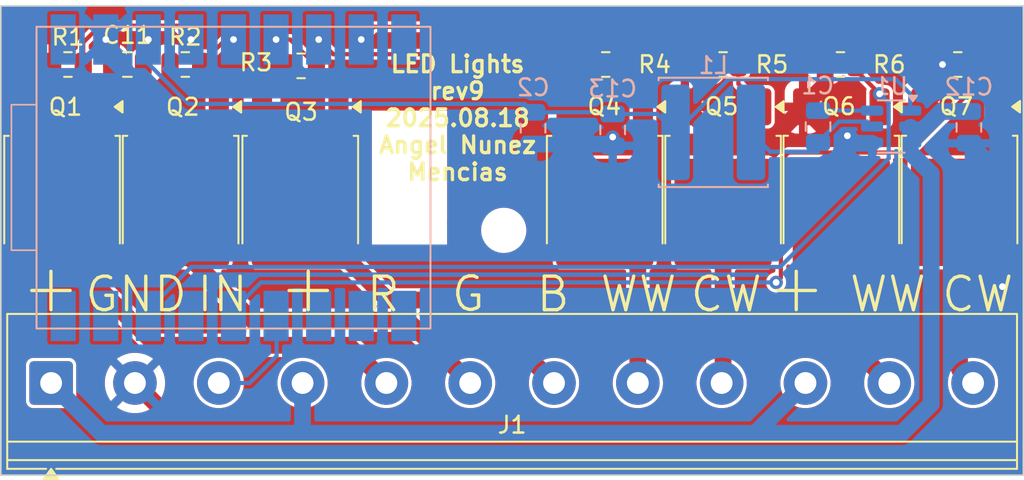
<source format=kicad_pcb>
(kicad_pcb (version 20241229) (generator "pcbnew") (generator_version "9.0")
  (layers (0 "F.Cu" signal) (2 "B.Cu" signal) (13 "F.Paste" user) (15 "B.Paste" user) (5 "F.SilkS" user "F.Silkscreen") (7 "B.SilkS" user "B.Silkscreen") (1 "F.Mask" user) (3 "B.Mask" user) (25 "Edge.Cuts" user))
  (net 0 "")
  (net 1 "GND")
  (net 2 "Net-(U1-SW)")
  (net 3 "+3V3")
  (net 4 "Net-(U1-BST)")
  (net 5 "P1")
  (net 6 "VCC")
  (net 7 "O1")
  (net 8 "P5")
  (net 9 "P2")
  (net 10 "P6")
  (net 11 "P3")
  (net 12 "P7")
  (net 13 "P4")
  (net 14 "O3")
  (net 15 "O7")
  (net 16 "O5")
  (net 17 "O6")
  (net 18 "O4")
  (net 19 "O2")
  (net 20 "IN")
  (footprint "Package_TO_SOT_SMD:TO-252-2" (layer "F.Cu") (at 44.725 43.065 -90)
    (property "Reference" "Q2" (at -5.031843 -0.129432 180) (layer "F.SilkS"))
    (property "Value" "SUD40N06-25L" (hide yes))
    (fp_line (start -3.31 3.45) (end -3.31 3.18) (stroke (width 0.12)) (layer "F.SilkS"))
    (fp_line (start 3.11 3.45) (end -3.31 3.45) (stroke (width 0.12)) (layer "F.SilkS"))
    (fp_line (start -3.31 -3.45) (end -3.31 -3.18) (stroke (width 0.12)) (layer "F.SilkS"))
    (fp_line (start 3.11 -3.45) (end -3.31 -3.45) (stroke (width 0.12)) (layer "F.SilkS"))
    (fp_poly (pts (xy -5.04 -3.14) (xy -5.38 -3.61) (xy -4.7 -3.61)) (stroke (width 0.12)) (fill yes) (layer "F.SilkS"))
    (pad "1" smd roundrect (at -5.04 -2.28 270) (size 2.2 1.2) (layers "F.Cu" "F.Mask" "F.Paste") (roundrect_rratio 0.208333) (net 9 "P2"))
    (pad "2" smd roundrect (at 1.26 0 270) (size 6.4 5.8) (layers "F.Cu" "F.Mask") (roundrect_rratio 0.043103) (net 19 "O2"))
    (pad "3" smd roundrect (at -5.04 2.28 270) (size 2.2 1.2) (layers "F.Cu" "F.Mask" "F.Paste") (roundrect_rratio 0.208333) (net 1 "GND"))
  )
  (footprint "Resistor_SMD:R_0805_2012Metric" (layer "F.Cu") (at 45.004043 35.5)
    (property "Reference" "R2" (at 0 -1.65 0) (layer "F.SilkS"))
    (property "Value" "R" (hide yes))
    (fp_line (start -0.227064 -0.735) (end 0.227064 -0.735) (stroke (width 0.12)) (layer "F.SilkS"))
    (fp_line (start -0.227064 0.735) (end 0.227064 0.735) (stroke (width 0.12)) (layer "F.SilkS"))
    (pad "1" smd roundrect (at -0.9125 0) (size 1.025 1.4) (layers "F.Cu" "F.Mask" "F.Paste") (roundrect_rratio 0.243902) (net 1 "GND"))
    (pad "2" smd roundrect (at 0.9125 0) (size 1.025 1.4) (layers "F.Cu" "F.Mask" "F.Paste") (roundrect_rratio 0.243902) (net 9 "P2"))
  )
  (footprint "Package_TO_SOT_SMD:TO-252-2" (layer "F.Cu") (at 51.862211 43.065 -90)
    (property "Reference" "Q3" (at -4.733718 -0.050289 180) (layer "F.SilkS"))
    (property "Value" "SUD40N06-25L" (hide yes))
    (fp_line (start -3.31 3.45) (end -3.31 3.18) (stroke (width 0.12)) (layer "F.SilkS"))
    (fp_line (start 3.11 3.45) (end -3.31 3.45) (stroke (width 0.12)) (layer "F.SilkS"))
    (fp_line (start -3.31 -3.45) (end -3.31 -3.18) (stroke (width 0.12)) (layer "F.SilkS"))
    (fp_line (start 3.11 -3.45) (end -3.31 -3.45) (stroke (width 0.12)) (layer "F.SilkS"))
    (fp_poly (pts (xy -5.04 -3.14) (xy -5.38 -3.61) (xy -4.7 -3.61)) (stroke (width 0.12)) (fill yes) (layer "F.SilkS"))
    (pad "1" smd roundrect (at -5.04 -2.28 270) (size 2.2 1.2) (layers "F.Cu" "F.Mask" "F.Paste") (roundrect_rratio 0.208333) (net 11 "P3"))
    (pad "2" smd roundrect (at 1.26 0 270) (size 6.4 5.8) (layers "F.Cu" "F.Mask") (roundrect_rratio 0.043103) (net 14 "O3"))
    (pad "3" smd roundrect (at -5.04 2.28 270) (size 2.2 1.2) (layers "F.Cu" "F.Mask" "F.Paste") (roundrect_rratio 0.208333) (net 1 "GND"))
  )
  (footprint "MountingHole:MountingHole_2.2mm_M2" (layer "F.Cu") (at 64 45.392459 90)
    (property "Reference" "H1" (hide yes))
    (property "Value" "MountingHole" (hide yes))
    (pad "" np_thru_hole circle (at 0 0 90) (size 2.2 2.2) (drill 2.2) (layers "*.Cu" "*.Mask"))
  )
  (footprint "Package_TO_SOT_SMD:TO-252-2" (layer "F.Cu") (at 77.085617 43.064999 -90)
    (property "Reference" "Q5" (at -5.064999 0.085617 180) (layer "F.SilkS"))
    (property "Value" "SUD40N06-25L" (hide yes))
    (fp_line (start -3.31 3.45) (end -3.31 3.18) (stroke (width 0.12)) (layer "F.SilkS"))
    (fp_line (start 3.11 3.45) (end -3.31 3.45) (stroke (width 0.12)) (layer "F.SilkS"))
    (fp_line (start -3.31 -3.45) (end -3.31 -3.18) (stroke (width 0.12)) (layer "F.SilkS"))
    (fp_line (start 3.11 -3.45) (end -3.31 -3.45) (stroke (width 0.12)) (layer "F.SilkS"))
    (fp_poly (pts (xy -5.04 -3.14) (xy -5.38 -3.61) (xy -4.7 -3.61)) (stroke (width 0.12)) (fill yes) (layer "F.SilkS"))
    (pad "1" smd roundrect (at -5.04 -2.28 270) (size 2.2 1.2) (layers "F.Cu" "F.Mask" "F.Paste") (roundrect_rratio 0.208333) (net 8 "P5"))
    (pad "2" smd roundrect (at 1.26 0 270) (size 6.4 5.8) (layers "F.Cu" "F.Mask") (roundrect_rratio 0.043103) (net 16 "O5"))
    (pad "3" smd roundrect (at -5.04 2.28 270) (size 2.2 1.2) (layers "F.Cu" "F.Mask" "F.Paste") (roundrect_rratio 0.208333) (net 1 "GND"))
  )
  (footprint "Package_TO_SOT_SMD:TO-252-2" (layer "F.Cu") (at 91.190715 43.059565 -90)
    (property "Reference" "Q7" (at -5.059565 0.190715 180) (layer "F.SilkS"))
    (property "Value" "SUD40N06-25L" (hide yes))
    (fp_line (start -3.31 3.45) (end -3.31 3.18) (stroke (width 0.12)) (layer "F.SilkS"))
    (fp_line (start 3.11 3.45) (end -3.31 3.45) (stroke (width 0.12)) (layer "F.SilkS"))
    (fp_line (start -3.31 -3.45) (end -3.31 -3.18) (stroke (width 0.12)) (layer "F.SilkS"))
    (fp_line (start 3.11 -3.45) (end -3.31 -3.45) (stroke (width 0.12)) (layer "F.SilkS"))
    (fp_poly (pts (xy -5.04 -3.14) (xy -5.38 -3.61) (xy -4.7 -3.61)) (stroke (width 0.12)) (fill yes) (layer "F.SilkS"))
    (pad "1" smd roundrect (at -5.04 -2.28 270) (size 2.2 1.2) (layers "F.Cu" "F.Mask" "F.Paste") (roundrect_rratio 0.208333) (net 12 "P7"))
    (pad "2" smd roundrect (at 1.26 0 270) (size 6.4 5.8) (layers "F.Cu" "F.Mask") (roundrect_rratio 0.043103) (net 15 "O7"))
    (pad "3" smd roundrect (at -5.04 2.28 270) (size 2.2 1.2) (layers "F.Cu" "F.Mask" "F.Paste") (roundrect_rratio 0.208333) (net 1 "GND"))
  )
  (footprint "Resistor_SMD:R_0805_2012Metric" (layer "F.Cu") (at 51.9125 35.581282)
    (property "Reference" "R3" (at -2.693011 -0.196422 0) (layer "F.SilkS"))
    (property "Value" "R" (hide yes))
    (fp_line (start -0.227064 -0.735) (end 0.227064 -0.735) (stroke (width 0.12)) (layer "F.SilkS"))
    (fp_line (start -0.227064 0.735) (end 0.227064 0.735) (stroke (width 0.12)) (layer "F.SilkS"))
    (pad "1" smd roundrect (at -0.9125 0) (size 1.025 1.4) (layers "F.Cu" "F.Mask" "F.Paste") (roundrect_rratio 0.243902) (net 1 "GND"))
    (pad "2" smd roundrect (at 0.9125 0) (size 1.025 1.4) (layers "F.Cu" "F.Mask" "F.Paste") (roundrect_rratio 0.243902) (net 11 "P3"))
  )
  (footprint "Resistor_SMD:R_0805_2012Metric" (layer "F.Cu") (at 77.0875 35.5)
    (property "Reference" "R5" (at 2.9125 0 0) (layer "F.SilkS"))
    (property "Value" "R" (hide yes))
    (fp_line (start -0.227064 -0.735) (end 0.227064 -0.735) (stroke (width 0.12)) (layer "F.SilkS"))
    (fp_line (start -0.227064 0.735) (end 0.227064 0.735) (stroke (width 0.12)) (layer "F.SilkS"))
    (pad "1" smd roundrect (at -0.9125 0) (size 1.025 1.4) (layers "F.Cu" "F.Mask" "F.Paste") (roundrect_rratio 0.243902) (net 1 "GND"))
    (pad "2" smd roundrect (at 0.9125 0) (size 1.025 1.4) (layers "F.Cu" "F.Mask" "F.Paste") (roundrect_rratio 0.243902) (net 8 "P5"))
  )
  (footprint "Resistor_SMD:R_0805_2012Metric" (layer "F.Cu") (at 91.0875 35.5)
    (property "Reference" "R7" (hide yes))
    (property "Value" "R" (hide yes))
    (fp_line (start -0.227064 -0.735) (end 0.227064 -0.735) (stroke (width 0.12)) (layer "F.SilkS"))
    (fp_line (start -0.227064 0.735) (end 0.227064 0.735) (stroke (width 0.12)) (layer "F.SilkS"))
    (pad "1" smd roundrect (at -0.9125 0) (size 1.025 1.4) (layers "F.Cu" "F.Mask" "F.Paste") (roundrect_rratio 0.243902) (net 1 "GND"))
    (pad "2" smd roundrect (at 0.9125 0) (size 1.025 1.4) (layers "F.Cu" "F.Mask" "F.Paste") (roundrect_rratio 0.243902) (net 12 "P7"))
  )
  (footprint "Resistor_SMD:R_0805_2012Metric" (layer "F.Cu") (at 70.0875 35.5)
    (property "Reference" "R4" (at 2.9125 0 0) (layer "F.SilkS"))
    (property "Value" "R" (hide yes))
    (fp_line (start -0.227064 -0.735) (end 0.227064 -0.735) (stroke (width 0.12)) (layer "F.SilkS"))
    (fp_line (start -0.227064 0.735) (end 0.227064 0.735) (stroke (width 0.12)) (layer "F.SilkS"))
    (pad "1" smd roundrect (at -0.9125 0) (size 1.025 1.4) (layers "F.Cu" "F.Mask" "F.Paste") (roundrect_rratio 0.243902) (net 1 "GND"))
    (pad "2" smd roundrect (at 0.9125 0) (size 1.025 1.4) (layers "F.Cu" "F.Mask" "F.Paste") (roundrect_rratio 0.243902) (net 13 "P4"))
  )
  (footprint "TerminalBlock_Phoenix:TerminalBlock_Phoenix_PT-1,5-12-5.0-H_1x12_P5.00mm_Horizontal" (layer "F.Cu") (at 37 54.5)
    (property "Reference" "J1" (at 27.5 2.5 0) (layer "F.SilkS"))
    (property "Value" "Screw_Terminal_01x12" (hide yes))
    (fp_line (start -2.62 -4.12) (end -2.62 5.12) (stroke (width 0.12)) (layer "F.SilkS"))
    (fp_line (start -2.62 -4.12) (end 57.62 -4.12) (stroke (width 0.12)) (layer "F.SilkS"))
    (fp_line (start -2.62 3.5) (end 57.62 3.5) (stroke (width 0.12)) (layer "F.SilkS"))
    (fp_line (start -2.62 4.6) (end 57.62 4.6) (stroke (width 0.12)) (layer "F.SilkS"))
    (fp_line (start -2.62 5.12) (end -0.3 5.12) (stroke (width 0.12)) (layer "F.SilkS"))
    (fp_line (start 0.3 5.12) (end 57.62 5.12) (stroke (width 0.12)) (layer "F.SilkS"))
    (fp_line (start 57.62 -4.12) (end 57.62 5.12) (stroke (width 0.12)) (layer "F.SilkS"))
    (fp_poly (pts (xy 0 5.12) (xy 0.44 5.73) (xy -0.44 5.73)) (stroke (width 0.12)) (fill yes) (layer "F.SilkS"))
    (pad "1" thru_hole roundrect (at 0 0) (size 2.6 2.6) (drill 1.3) (layers "*.Cu" "*.Mask") (roundrect_rratio 0.096154) (net 6 "VCC"))
    (pad "2" thru_hole circle (at 5 0) (size 2.6 2.6) (drill 1.3) (layers "*.Cu" "*.Mask") (net 1 "GND"))
    (pad "3" thru_hole circle (at 10 0) (size 2.6 2.6) (drill 1.3) (layers "*.Cu" "*.Mask") (net 20 "IN"))
    (pad "4" thru_hole circle (at 15 0) (size 2.6 2.6) (drill 1.3) (layers "*.Cu" "*.Mask") (net 6 "VCC"))
    (pad "5" thru_hole circle (at 20 0) (size 2.6 2.6) (drill 1.3) (layers "*.Cu" "*.Mask") (net 7 "O1"))
    (pad "6" thru_hole circle (at 25 0) (size 2.6 2.6) (drill 1.3) (layers "*.Cu" "*.Mask") (net 19 "O2"))
    (pad "7" thru_hole circle (at 30 0) (size 2.6 2.6) (drill 1.3) (layers "*.Cu" "*.Mask") (net 14 "O3"))
    (pad "8" thru_hole circle (at 35 0) (size 2.6 2.6) (drill 1.3) (layers "*.Cu" "*.Mask") (net 18 "O4"))
    (pad "9" thru_hole circle (at 40 0) (size 2.6 2.6) (drill 1.3) (layers "*.Cu" "*.Mask") (net 16 "O5"))
    (pad "10" thru_hole circle (at 45 0) (size 2.6 2.6) (drill 1.3) (layers "*.Cu" "*.Mask") (net 6 "VCC"))
    (pad "11" thru_hole circle (at 50 0) (size 2.6 2.6) (drill 1.3) (layers "*.Cu" "*.Mask") (net 17 "O6"))
    (pad "12" thru_hole circle (at 55 0) (size 2.6 2.6) (drill 1.3) (layers "*.Cu" "*.Mask") (net 15 "O7"))
  )
  (footprint "Package_TO_SOT_SMD:TO-252-2" (layer "F.Cu") (at 84.140715 43.059565 -90)
    (property "Reference" "Q6" (at -5.059565 0.140715 180) (layer "F.SilkS"))
    (property "Value" "SUD40N06-25L" (hide yes))
    (fp_line (start -3.31 3.45) (end -3.31 3.18) (stroke (width 0.12)) (layer "F.SilkS"))
    (fp_line (start 3.11 3.45) (end -3.31 3.45) (stroke (width 0.12)) (layer "F.SilkS"))
    (fp_line (start -3.31 -3.45) (end -3.31 -3.18) (stroke (width 0.12)) (layer "F.SilkS"))
    (fp_line (start 3.11 -3.45) (end -3.31 -3.45) (stroke (width 0.12)) (layer "F.SilkS"))
    (fp_poly (pts (xy -5.04 -3.14) (xy -5.38 -3.61) (xy -4.7 -3.61)) (stroke (width 0.12)) (fill yes) (layer "F.SilkS"))
    (pad "1" smd roundrect (at -5.04 -2.28 270) (size 2.2 1.2) (layers "F.Cu" "F.Mask" "F.Paste") (roundrect_rratio 0.208333) (net 10 "P6"))
    (pad "2" smd roundrect (at 1.26 0 270) (size 6.4 5.8) (layers "F.Cu" "F.Mask") (roundrect_rratio 0.043103) (net 17 "O6"))
    (pad "3" smd roundrect (at -5.04 2.28 270) (size 2.2 1.2) (layers "F.Cu" "F.Mask" "F.Paste") (roundrect_rratio 0.208333) (net 1 "GND"))
  )
  (footprint "Package_TO_SOT_SMD:TO-252-2" (layer "F.Cu") (at 37.651869 43.065 -90)
    (property "Reference" "Q1" (at -5.031843 -0.202563 180) (layer "F.SilkS"))
    (property "Value" "SUD40N06-25L" (hide yes))
    (fp_line (start -3.31 3.45) (end -3.31 3.18) (stroke (width 0.12)) (layer "F.SilkS"))
    (fp_line (start 3.11 3.45) (end -3.31 3.45) (stroke (width 0.12)) (layer "F.SilkS"))
    (fp_line (start -3.31 -3.45) (end -3.31 -3.18) (stroke (width 0.12)) (layer "F.SilkS"))
    (fp_line (start 3.11 -3.45) (end -3.31 -3.45) (stroke (width 0.12)) (layer "F.SilkS"))
    (fp_poly (pts (xy -5.04 -3.14) (xy -5.38 -3.61) (xy -4.7 -3.61)) (stroke (width 0.12)) (fill yes) (layer "F.SilkS"))
    (pad "1" smd roundrect (at -5.04 -2.28 270) (size 2.2 1.2) (layers "F.Cu" "F.Mask" "F.Paste") (roundrect_rratio 0.208333) (net 5 "P1"))
    (pad "2" smd roundrect (at 1.26 0 270) (size 6.4 5.8) (layers "F.Cu" "F.Mask") (roundrect_rratio 0.043103) (net 7 "O1"))
    (pad "3" smd roundrect (at -5.04 2.28 270) (size 2.2 1.2) (layers "F.Cu" "F.Mask" "F.Paste") (roundrect_rratio 0.208333) (net 1 "GND"))
  )
  (footprint "Package_TO_SOT_SMD:TO-252-2" (layer "F.Cu") (at 70.025 43.065 -90)
    (property "Reference" "Q4" (at -5.065 0.025 180) (layer "F.SilkS"))
    (property "Value" "SUD40N06-25L" (hide yes))
    (fp_line (start -3.31 3.45) (end -3.31 3.18) (stroke (width 0.12)) (layer "F.SilkS"))
    (fp_line (start 3.11 3.45) (end -3.31 3.45) (stroke (width 0.12)) (layer "F.SilkS"))
    (fp_line (start -3.31 -3.45) (end -3.31 -3.18) (stroke (width 0.12)) (layer "F.SilkS"))
    (fp_line (start 3.11 -3.45) (end -3.31 -3.45) (stroke (width 0.12)) (layer "F.SilkS"))
    (fp_poly (pts (xy -5.04 -3.14) (xy -5.38 -3.61) (xy -4.7 -3.61)) (stroke (width 0.12)) (fill yes) (layer "F.SilkS"))
    (pad "1" smd roundrect (at -5.04 -2.28 270) (size 2.2 1.2) (layers "F.Cu" "F.Mask" "F.Paste") (roundrect_rratio 0.208333) (net 13 "P4"))
    (pad "2" smd roundrect (at 1.26 0 270) (size 6.4 5.8) (layers "F.Cu" "F.Mask") (roundrect_rratio 0.043103) (net 18 "O4"))
    (pad "3" smd roundrect (at -5.04 2.28 270) (size 2.2 1.2) (layers "F.Cu" "F.Mask" "F.Paste") (roundrect_rratio 0.208333) (net 1 "GND"))
  )
  (footprint "Resistor_SMD:R_0805_2012Metric" (layer "F.Cu") (at 38.004043 35.5)
    (property "Reference" "R1" (at 0 -1.65 0) (layer "F.SilkS"))
    (property "Value" "R" (hide yes))
    (fp_line (start -0.227064 -0.735) (end 0.227064 -0.735) (stroke (width 0.12)) (layer "F.SilkS"))
    (fp_line (start -0.227064 0.735) (end 0.227064 0.735) (stroke (width 0.12)) (layer "F.SilkS"))
    (pad "1" smd roundrect (at -0.9125 0) (size 1.025 1.4) (layers "F.Cu" "F.Mask" "F.Paste") (roundrect_rratio 0.243902) (net 1 "GND"))
    (pad "2" smd roundrect (at 0.9125 0) (size 1.025 1.4) (layers "F.Cu" "F.Mask" "F.Paste") (roundrect_rratio 0.243902) (net 5 "P1"))
  )
  (footprint "Capacitor_SMD:C_0805_2012Metric" (layer "F.Cu") (at 41.55 35.5 180)
    (property "Reference" "C11" (at 0 1.75 0) (layer "F.SilkS"))
    (property "Value" "100nF")
    (fp_line (start -0.261252 0.735) (end 0.261252 0.735) (stroke (width 0.12)) (layer "F.SilkS"))
    (fp_line (start -0.261252 -0.735) (end 0.261252 -0.735) (stroke (width 0.12)) (layer "F.SilkS"))
    (pad "1" smd roundrect (at -0.95 0 180) (size 1 1.45) (layers "F.Cu" "F.Mask" "F.Paste") (net 3 "+3V3"))
    (pad "2" smd roundrect (at 0.95 0 180) (size 1 1.45) (layers "F.Cu" "F.Mask" "F.Paste") (net 1 "GND"))
  )
  (footprint "Resistor_SMD:R_0805_2012Metric" (layer "F.Cu") (at 84.0875 35.5)
    (property "Reference" "R6" (at 2.9125 0 0) (layer "F.SilkS"))
    (property "Value" "R" (hide yes))
    (fp_line (start -0.227064 -0.735) (end 0.227064 -0.735) (stroke (width 0.12)) (layer "F.SilkS"))
    (fp_line (start -0.227064 0.735) (end 0.227064 0.735) (stroke (width 0.12)) (layer "F.SilkS"))
    (pad "1" smd roundrect (at -0.9125 0) (size 1.025 1.4) (layers "F.Cu" "F.Mask" "F.Paste") (roundrect_rratio 0.243902) (net 1 "GND"))
    (pad "2" smd roundrect (at 0.9125 0) (size 1.025 1.4) (layers "F.Cu" "F.Mask" "F.Paste") (roundrect_rratio 0.243902) (net 10 "P6"))
  )
  (footprint "Capacitor_SMD:C_0805_2012Metric" (layer "B.Cu") (at 82.75 39.2 90)
    (property "Reference" "C1" (at 2.434453 -0.022031 0) (layer "B.SilkS") (effects (justify mirror)))
    (property "Value" "100nF")
    (fp_line (start -0.261252 -0.735) (end 0.261252 -0.735) (stroke (width 0.12)) (layer "B.SilkS"))
    (fp_line (start -0.261252 0.735) (end 0.261252 0.735) (stroke (width 0.12)) (layer "B.SilkS"))
    (pad "1" smd roundrect (at -0.95 0 90) (size 1 1.45) (layers "B.Cu" "B.Mask" "B.Paste") (net 2 "Net-(U1-SW)"))
    (pad "2" smd roundrect (at 0.95 0 90) (size 1 1.45) (layers "B.Cu" "B.Mask" "B.Paste") (net 4 "Net-(U1-BST)"))
  )
  (footprint "Waveshare-ESP32:Waveshare-ESP32-C6-Zero" (layer "B.Cu") (at 47.63 41.75 -90)
    (property "Reference" "U3" (hide yes))
    (property "Value" "ESP32-C6 ZERO")
    (fp_rect (start -8.5 11.5) (end 9.5 -12) (stroke (width 0.12)) (fill no) (layer "B.SilkS"))
    (fp_rect (start -3.85 11.5) (end 4.83 13) (stroke (width 0.1)) (fill no) (layer "B.SilkS"))
    (pad "1" smd rect (at -7.74 9.91 270) (size 3 1.5) (layers "B.Cu" "B.Mask" "B.Paste"))
    (pad "2" smd rect (at -7.74 7.37 270) (size 3 1.5) (layers "B.Cu" "B.Mask" "B.Paste") (net 1 "GND"))
    (pad "3" smd rect (at -7.74 4.83 270) (size 3 1.5) (layers "B.Cu" "B.Mask" "B.Paste") (net 3 "+3V3"))
    (pad "4" smd rect (at -7.74 2.29 270) (size 3 1.5) (layers "B.Cu" "B.Mask" "B.Paste") (net 5 "P1"))
    (pad "5" smd rect (at -7.74 -0.25 270) (size 3 1.5) (layers "B.Cu" "B.Mask" "B.Paste") (net 9 "P2"))
    (pad "6" smd rect (at -7.74 -2.79 270) (size 3 1.5) (layers "B.Cu" "B.Mask" "B.Paste") (net 11 "P3"))
    (pad "7" smd rect (at -7.74 -5.33 270) (size 3 1.5) (layers "B.Cu" "B.Mask" "B.Paste") (net 13 "P4"))
    (pad "8" smd rect (at -7.74 -7.87 270) (size 3 1.5) (layers "B.Cu" "B.Mask" "B.Paste") (net 8 "P5"))
    (pad "9" smd rect (at -7.74 -10.41 270) (size 3 1.5) (layers "B.Cu" "B.Mask" "B.Paste"))
    (pad "10" smd rect (at 8.75 -10.41 270) (size 3 1.5) (layers "B.Cu" "B.Mask" "B.Paste"))
    (pad "11" smd rect (at 8.75 -7.87 270) (size 3 1.5) (layers "B.Cu" "B.Mask" "B.Paste"))
    (pad "12" smd rect (at 8.75 -5.33 270) (size 3 1.5) (layers "B.Cu" "B.Mask" "B.Paste"))
    (pad "13" smd rect (at 8.75 -2.79 270) (size 3 1.5) (layers "B.Cu" "B.Mask" "B.Paste") (net 20 "IN"))
    (pad "14" smd rect (at 8.75 -0.25 270) (size 3 1.5) (layers "B.Cu" "B.Mask" "B.Paste") (net 12 "P7"))
    (pad "15" smd rect (at 8.75 2.29 270) (size 3 1.5) (layers "B.Cu" "B.Mask" "B.Paste"))
    (pad "16" smd rect (at 8.75 4.83 270) (size 3 1.5) (layers "B.Cu" "B.Mask" "B.Paste") (net 10 "P6"))
    (pad "17" smd rect (at 8.75 7.37 270) (size 3 1.5) (layers "B.Cu" "B.Mask" "B.Paste"))
    (pad "18" smd rect (at 8.75 9.91 270) (size 3 1.5) (layers "B.Cu" "B.Mask" "B.Paste"))
    (zone (net 0) (net_name "") (layers "F.Cu" "B.Cu") (connect_pads (clearance 0)) (min_thickness 0.25)
      (keepout (tracks not_allowed) (vias not_allowed) (pads not_allowed) (copperpour not_allowed) (footprints not_allowed))
      (fill (thermal_gap 0.5) (thermal_bridge_width 0.5))
      (polygon (pts (xy 56.13 38.25) (xy 56.13 46.25) (xy 60.63 46.25) (xy 60.63 38.25)))
    )
  )
  (footprint "Capacitor_SMD:C_0805_2012Metric" (layer "B.Cu") (at 70.5 39.4 90)
    (property "Reference" "C13" (at 2.45511 0 0) (layer "B.SilkS") (effects (justify mirror)))
    (property "Value" "22uF")
    (fp_line (start -0.261252 -0.735) (end 0.261252 -0.735) (stroke (width 0.12)) (layer "B.SilkS"))
    (fp_line (start -0.261252 0.735) (end 0.261252 0.735) (stroke (width 0.12)) (layer "B.SilkS"))
    (pad "1" smd roundrect (at -0.95 0 90) (size 1 1.45) (layers "B.Cu" "B.Mask" "B.Paste") (net 1 "GND"))
    (pad "2" smd roundrect (at 0.95 0 90) (size 1 1.45) (layers "B.Cu" "B.Mask" "B.Paste") (net 3 "+3V3"))
  )
  (footprint "Inductor_SMD:L_APV_ANR6028" (layer "B.Cu") (at 76.5 39.55 180)
    (property "Reference" "L1" (at 0 4 0) (layer "B.SilkS") (effects (justify mirror)))
    (property "Value" "3R9M")
    (fp_line (start 3.26 3.26) (end 3.26 3.11) (stroke (width 0.12)) (layer "B.SilkS"))
    (fp_line (start 3.26 -3.26) (end 3.26 -3.11) (stroke (width 0.12)) (layer "B.SilkS"))
    (fp_line (start -3.26 3.26) (end 3.26 3.26) (stroke (width 0.12)) (layer "B.SilkS"))
    (fp_line (start -3.26 3.26) (end -3.26 3.11) (stroke (width 0.12)) (layer "B.SilkS"))
    (fp_line (start -3.26 -3.26) (end 3.26 -3.26) (stroke (width 0.12)) (layer "B.SilkS"))
    (fp_line (start -3.26 -3.26) (end -3.26 -3.11) (stroke (width 0.12)) (layer "B.SilkS"))
    (pad "1" smd roundrect (at -2.25 0 180) (size 1.7 5.7) (layers "B.Cu" "B.Mask" "B.Paste") (roundrect_rratio 0.147059) (net 2 "Net-(U1-SW)"))
    (pad "2" smd roundrect (at 2.25 0 180) (size 1.7 5.7) (layers "B.Cu" "B.Mask" "B.Paste") (roundrect_rratio 0.147059) (net 3 "+3V3"))
  )
  (footprint "Capacitor_SMD:C_0805_2012Metric" (layer "B.Cu") (at 91.75 39.25 90)
    (property "Reference" "C12" (at 2.412716 0 0) (layer "B.SilkS") (effects (justify mirror)))
    (property "Value" "10uF")
    (fp_line (start -0.261252 -0.735) (end 0.261252 -0.735) (stroke (width 0.12)) (layer "B.SilkS"))
    (fp_line (start -0.261252 0.735) (end 0.261252 0.735) (stroke (width 0.12)) (layer "B.SilkS"))
    (pad "1" smd roundrect (at -0.95 0 90) (size 1 1.45) (layers "B.Cu" "B.Mask" "B.Paste") (net 1 "GND"))
    (pad "2" smd roundrect (at 0.95 0 90) (size 1 1.45) (layers "B.Cu" "B.Mask" "B.Paste") (net 6 "VCC"))
  )
  (footprint "Package_TO_SOT_SMD:TSOT-23-6" (layer "B.Cu") (at 87.1125 39.2 180)
    (property "Reference" "U1" (at 0 2.4 0) (layer "B.SilkS") (effects (justify mirror)))
    (property "Value" "AP63203WU")
    (fp_line (start 0 1.56) (end 0.8 1.56) (stroke (width 0.12)) (layer "B.SilkS"))
    (fp_line (start 0 1.56) (end -0.8 1.56) (stroke (width 0.12)) (layer "B.SilkS"))
    (fp_line (start 0 -1.56) (end 0.8 -1.56) (stroke (width 0.12)) (layer "B.SilkS"))
    (fp_line (start 0 -1.56) (end -0.8 -1.56) (stroke (width 0.12)) (layer "B.SilkS"))
    (fp_poly (pts (xy -1.3 1.51) (xy -1.54 1.84) (xy -1.06 1.84)) (stroke (width 0.12)) (fill yes) (layer "B.SilkS"))
    (pad "1" smd roundrect (at -1.1375 0.95 180) (size 1.325 0.6) (layers "B.Cu" "B.Mask" "B.Paste") (net 3 "+3V3"))
    (pad "2" smd roundrect (at -1.1375 0 180) (size 1.325 0.6) (layers "B.Cu" "B.Mask" "B.Paste") (net 6 "VCC"))
    (pad "3" smd roundrect (at -1.1375 -0.95 180) (size 1.325 0.6) (layers "B.Cu" "B.Mask" "B.Paste") (net 6 "VCC"))
    (pad "4" smd roundrect (at 1.1375 -0.95 180) (size 1.325 0.6) (layers "B.Cu" "B.Mask" "B.Paste") (net 1 "GND"))
    (pad "5" smd roundrect (at 1.1375 0 180) (size 1.325 0.6) (layers "B.Cu" "B.Mask" "B.Paste") (net 2 "Net-(U1-SW)"))
    (pad "6" smd roundrect (at 1.1375 0.95 180) (size 1.325 0.6) (layers "B.Cu" "B.Mask" "B.Paste") (net 4 "Net-(U1-BST)"))
  )
  (footprint "Capacitor_SMD:C_0805_2012Metric" (layer "B.Cu") (at 65.75 39.3 90)
    (property "Reference" "C2" (at 2.426847 0.012095 0) (layer "B.SilkS") (effects (justify mirror)))
    (property "Value" "22uF")
    (fp_line (start -0.261252 -0.735) (end 0.261252 -0.735) (stroke (width 0.12)) (layer "B.SilkS"))
    (fp_line (start -0.261252 0.735) (end 0.261252 0.735) (stroke (width 0.12)) (layer "B.SilkS"))
    (pad "1" smd roundrect (at -0.95 0 90) (size 1 1.45) (layers "B.Cu" "B.Mask" "B.Paste") (net 1 "GND"))
    (pad "2" smd roundrect (at 0.95 0 90) (size 1 1.45) (layers "B.Cu" "B.Mask" "B.Paste") (net 3 "+3V3"))
  )
  (gr_rect (start 34 32) (end 95 60) (stroke (width 0.1)) (fill no) (layer "Edge.Cuts"))
  (gr_text "CW" (at 75 50.38 0) (layer "F.SilkS") (effects (font (size 2 2) (thickness 0.2) (bold yes)) (justify left bottom)))
  (gr_text "CW" (at 90 50.38 0) (layer "F.SilkS") (effects (font (size 2 2) (thickness 0.2) (bold yes)) (justify left bottom)))
  (gr_text "B" (at 65.812586 50.38 0) (layer "F.SilkS") (effects (font (size 2 2) (thickness 0.2) (bold yes)) (justify left bottom)))
  (gr_text "LED Lights\nrev9\n2025.08.18\nAngel Nunez\nMencias" (at 61.25 42.5 0) (layer "F.SilkS") (effects (font (size 1 1) (thickness 0.2) (bold yes)) (justify bottom)))
  (gr_text "GND" (at 38.894816 50.38 0) (layer "F.SilkS") (effects (font (size 2 2) (thickness 0.2) (bold yes)) (justify left bottom)))
  (gr_text "G" (at 60.75 50.362463 0) (layer "F.SilkS") (effects (font (size 2 2) (thickness 0.2) (bold yes)) (justify left bottom)))
  (gr_text "R" (at 55.681976 50.38 0) (layer "F.SilkS") (effects (font (size 2 2) (thickness 0.2) (bold yes)) (justify left bottom)))
  (gr_text "WW" (at 84.5 50.38 0) (layer "F.SilkS") (effects (font (size 2 2) (thickness 0.2) (bold yes)) (justify left bottom)))
  (gr_text "+" (at 35 50.5 0) (layer "F.SilkS") (effects (font (size 3 3) (thickness 0.2) (bold yes)) (justify left bottom)))
  (gr_text "+" (at 50.350054 50.5 0) (layer "F.SilkS") (effects (font (size 3 3) (thickness 0.2) (bold yes)) (justify left bottom)))
  (gr_text "+" (at 79.46171 50.5 0) (layer "F.SilkS") (effects (font (size 3 3) (thickness 0.2) (bold yes)) (justify left bottom)))
  (gr_text "IN" (at 45.566646 50.38 0) (layer "F.SilkS") (effects (font (size 2 2) (thickness 0.2) (bold yes)) (justify left bottom)))
  (gr_text "WW" (at 69.624892 50.38 0) (layer "F.SilkS") (effects (font (size 2 2) (thickness 0.2) (bold yes)) (justify left bottom)))
  (segment (start 84.5 39.820565) (end 83.661715 39.820565) (width 1) (layer "F.Cu") (net 1))
  (segment (start 69.175 35.5) (end 69.175 36.595) (width 1) (layer "F.Cu") (net 1))
  (segment (start 83.175 36.70528) (end 81.860715 38.019565) (width 1) (layer "F.Cu") (net 1))
  (segment (start 83.175 35.5) (end 83.175 36.70528) (width 1) (layer "F.Cu") (net 1))
  (segment (start 41.232869 36.812869) (end 42.445 38.025) (width 1) (layer "F.Cu") (net 1))
  (segment (start 42.445 38.025) (end 44.091543 36.378457) (width 1) (layer "F.Cu") (net 1))
  (segment (start 35.371869 38.025) (end 35.371869 37.219674) (width 1) (layer "F.Cu") (net 1))
  (segment (start 81.860715 38.081745) (end 80.116461 39.825999) (width 1) (layer "F.Cu") (net 1))
  (segment (start 81.860715 38.019565) (end 81.860715 38.081745) (width 1) (layer "F.Cu") (net 1))
  (segment (start 88.910715 38.081409) (end 87.171559 39.820565) (width 1) (layer "F.Cu") (net 1))
  (segment (start 87.171559 39.820565) (end 84.5 39.820565) (width 1) (layer "F.Cu") (net 1))
  (segment (start 87 57.5) (end 92.75 57.5) (width 1) (layer "F.Cu") (net 1))
  (segment (start 37.172869 39.826) (end 41.744 39.826) (width 1) (layer "F.Cu") (net 1))
  (segment (start 40.6 35.5) (end 41.232869 36.132869) (width 1) (layer "F.Cu") (net 1))
  (segment (start 47.781211 39.826) (end 49.582211 38.025) (width 1) (layer "F.Cu") (net 1))
  (segment (start 94 49) (end 93.75 48.75) (width 1) (layer "F.Cu") (net 1))
  (segment (start 83.661715 39.820565) (end 81.860715 38.019565) (width 1) (layer "F.Cu") (net 1))
  (segment (start 74.805617 38.024999) (end 74.805617 38.076227) (width 1) (layer "F.Cu") (net 1))
  (segment (start 90.175 36.75528) (end 88.910715 38.019565) (width 1) (layer "F.Cu") (net 1))
  (segment (start 45 57.5) (end 87 57.5) (width 1) (layer "F.Cu") (net 1))
  (segment (start 44.091543 36.378457) (end 44.091543 35.5) (width 1) (layer "F.Cu") (net 1))
  (segment (start 76.175 36.655616) (end 74.805617 38.024999) (width 1) (layer "F.Cu") (net 1))
  (segment (start 73.055844 39.826) (end 70.5 39.826) (width 1) (layer "F.Cu") (net 1))
  (segment (start 35.371869 38.025) (end 37.172869 39.826) (width 1) (layer "F.Cu") (net 1))
  (segment (start 90.175 35.5) (end 90.175 36.75528) (width 1) (layer "F.Cu") (net 1))
  (segment (start 40.6 34.35) (end 40.26 34.01) (width 1) (layer "F.Cu") (net 1))
  (segment (start 44.246 39.826) (end 47.781211 39.826) (width 1) (layer "F.Cu") (net 1))
  (segment (start 69.546 39.826) (end 67.745 38.025) (width 1) (layer "F.Cu") (net 1))
  (segment (start 41.232869 36.132869) (end 41.232869 36.812869) (width 1) (layer "F.Cu") (net 1))
  (segment (start 94 56.25) (end 94 49) (width 1) (layer "F.Cu") (net 1))
  (segment (start 42.445 38.025) (end 44.246 39.826) (width 1) (layer "F.Cu") (net 1))
  (segment (start 35.371869 37.219674) (end 37.091543 35.5) (width 1) (layer "F.Cu") (net 1))
  (segment (start 76.175 35.5) (end 76.175 36.655616) (width 1) (layer "F.Cu") (net 1))
  (segment (start 76.606617 39.825999) (end 74.805617 38.024999) (width 1) (layer "F.Cu") (net 1))
  (segment (start 88.910715 38.019565) (end 88.910715 38.081409) (width 1) (layer "F.Cu") (net 1))
  (segment (start 40.6 35.5) (end 40.6 34.35) (width 1) (layer "F.Cu") (net 1))
  (segment (start 41.744 39.826) (end 42.445 39.125) (width 1) (layer "F.Cu") (net 1))
  (segment (start 49.582211 38.025) (end 49.582211 36.999071) (width 1) (layer "F.Cu") (net 1))
  (segment (start 42.445 39.125) (end 42.445 38.025) (width 1) (layer "F.Cu") (net 1))
  (segment (start 69.175 36.595) (end 67.745 38.025) (width 1) (layer "F.Cu") (net 1))
  (segment (start 70.5 39.826) (end 69.546 39.826) (width 1) (layer "F.Cu") (net 1))
  (segment (start 42 54.5) (end 45 57.5) (width 1) (layer "F.Cu") (net 1))
  (segment (start 49.582211 36.999071) (end 51 35.581282) (width 1) (layer "F.Cu") (net 1))
  (segment (start 74.805617 38.076227) (end 73.055844 39.826) (width 1) (layer "F.Cu") (net 1))
  (segment (start 80.116461 39.825999) (end 76.606617 39.825999) (width 1) (layer "F.Cu") (net 1))
  (segment (start 92.75 57.5) (end 94 56.25) (width 1) (layer "F.Cu") (net 1))
  (via (at 93.75 48.75) (size 0.8) (drill 0.4) (layers "F.Cu" "B.Cu") (net 1))
  (via (at 90.175 35.5) (size 0.8) (drill 0.4) (layers "F.Cu" "B.Cu") (net 1))
  (via (at 40.26 34.01) (size 0.8) (drill 0.4) (layers "F.Cu" "B.Cu") (net 1))
  (via (at 84.5 39.75) (size 0.8) (drill 0.4) (layers "F.Cu" "B.Cu") (net 1))
  (via (at 70.5 39.826) (size 0.8) (drill 0.4) (layers "F.Cu" "B.Cu") (net 1))
  (segment (start 60.837522 46.751) (end 52.251 46.751) (width 1) (layer "B.Cu") (net 1))
  (segment (start 61.131 46.457522) (end 60.837522 46.751) (width 1) (layer "B.Cu") (net 1))
  (segment (start 91.25 35.5) (end 93.75 38) (width 1) (layer "B.Cu") (net 1))
  (segment (start 40.26 34.76) (end 40.26 34.01) (width 1) (layer "B.Cu") (net 1))
  (segment (start 52.251 46.751) (end 40.26 34.76) (width 1) (layer "B.Cu") (net 1))
  (segment (start 70.4 40.25) (end 70.5 40.35) (width 1) (layer "B.Cu") (net 1))
  (segment (start 84.951 40.201) (end 85.975 40.201) (width 1) (layer "B.Cu") (net 1))
  (segment (start 84.5 39.75) (end 84.951 40.201) (width 1) (layer "B.Cu") (net 1))
  (segment (start 65.75 40.25) (end 61.131 44.869) (width 1) (layer "B.Cu") (net 1))
  (segment (start 93.75 42.2) (end 91.75 40.2) (width 1) (layer "B.Cu") (net 1))
  (segment (start 61.131 44.869) (end 61.131 46.457522) (width 1) (layer "B.Cu") (net 1))
  (segment (start 90.175 35.5) (end 91.25 35.5) (width 1) (layer "B.Cu") (net 1))
  (segment (start 93.75 38) (end 93.75 42.2) (width 1) (layer "B.Cu") (net 1))
  (segment (start 93.75 48.75) (end 93.75 42.2) (width 1) (layer "B.Cu") (net 1))
  (segment (start 65.75 40.25) (end 70.4 40.25) (width 1) (layer "B.Cu") (net 1))
  (segment (start 82.75 40.7) (end 79.9 40.7) (width 0.25) (layer "B.Cu") (net 2))
  (segment (start 79.9 40.7) (end 78.75 39.55) (width 0.25) (layer "B.Cu") (net 2))
  (segment (start 85.675001 38.900001) (end 83.999999 38.900001) (width 0.25) (layer "B.Cu") (net 2))
  (segment (start 83.999999 38.900001) (end 82.75 40.15) (width 0.25) (layer "B.Cu") (net 2))
  (segment (start 85.975 39.2) (end 85.675001 38.900001) (width 0.25) (layer "B.Cu") (net 2))
  (segment (start 42.5 34.31) (end 42.8 34.01) (width 0.25) (layer "F.Cu") (net 3))
  (segment (start 42.5 35.5) (end 42.5 34.31) (width 0.25) (layer "F.Cu") (net 3))
  (via (at 42.8 34.01) (size 0.8) (drill 0.4) (layers "F.Cu" "B.Cu") (net 3))
  (segment (start 74.25 39.55) (end 73.15 38.45) (width 0.25) (layer "B.Cu") (net 3))
  (segment (start 88.25 37.25) (end 88.25 38.25) (width 0.25) (layer "B.Cu") (net 3))
  (segment (start 69.95 38.35) (end 65.75 38.35) (width 0.25) (layer "B.Cu") (net 3))
  (segment (start 77.426 36.374) (end 74.25 39.55) (width 0.25) (layer "B.Cu") (net 3))
  (segment (start 87.374 36.374) (end 77.426 36.374) (width 0.25) (layer "B.Cu") (net 3))
  (segment (start 73.15 38.45) (end 70.5 38.45) (width 0.25) (layer "B.Cu") (net 3))
  (segment (start 45.200062 37.850062) (end 42.8 35.45) (width 0.25) (layer "B.Cu") (net 3))
  (segment (start 70.05 38.45) (end 69.95 38.35) (width 0.25) (layer "B.Cu") (net 3))
  (segment (start 70.5 38.45) (end 70.05 38.45) (width 0.25) (layer "B.Cu") (net 3))
  (segment (start 65.75 38.35) (end 65.250062 37.850062) (width 0.25) (layer "B.Cu") (net 3))
  (segment (start 65.250062 37.850062) (end 45.200062 37.850062) (width 0.25) (layer "B.Cu") (net 3))
  (segment (start 42.8 35.45) (end 42.8 34.01) (width 0.25) (layer "B.Cu") (net 3))
  (segment (start 88.25 37.25) (end 87.374 36.374) (width 0.25) (layer "B.Cu") (net 3))
  (segment (start 85.975 38.25) (end 82.75 38.25) (width 0.25) (layer "B.Cu") (net 4))
  (segment (start 38.916543 35.5) (end 38.916543 37.009674) (width 0.25) (layer "F.Cu") (net 5))
  (segment (start 38.916543 35.5) (end 38.916543 34.185317) (width 0.25) (layer "F.Cu") (net 5))
  (segment (start 44.514 33.184) (end 45.34 34.01) (width 0.25) (layer "F.Cu") (net 5))
  (segment (start 39.91786 33.184) (end 44.514 33.184) (width 0.25) (layer "F.Cu") (net 5))
  (segment (start 38.916543 37.009674) (end 39.931869 38.025) (width 0.25) (layer "F.Cu") (net 5))
  (segment (start 38.916543 34.185317) (end 39.91786 33.184) (width 0.25) (layer "F.Cu") (net 5))
  (via (at 45.34 34.01) (size 0.8) (drill 0.4) (layers "F.Cu" "B.Cu") (net 5))
  (segment (start 38 55) (end 38.049 55.049) (width 0.25) (layer "F.Cu") (net 6))
  (segment (start 38.049 55.049) (end 38.049 55.68681) (width 0.25) (layer "F.Cu") (net 6))
  (segment (start 40 57.5) (end 52 57.5) (width 1) (layer "B.Cu") (net 6))
  (segment (start 88.25 40.75) (end 89.5 42) (width 1) (layer "B.Cu") (net 6))
  (segment (start 52 57.5) (end 64.5 57.5) (width 1) (layer "B.Cu") (net 6))
  (segment (start 87.75 57.5) (end 79 57.5) (width 1) (layer "B.Cu") (net 6))
  (segment (start 91.75 38.3) (end 90.1 38.3) (width 1) (layer "B.Cu") (net 6))
  (segment (start 64.5 57.5) (end 79 57.5) (width 1) (layer "B.Cu") (net 6))
  (segment (start 89.5 55.75) (end 87.75 57.5) (width 1) (layer "B.Cu") (net 6))
  (segment (start 52 54.5) (end 52 57.5) (width 1) (layer "B.Cu") (net 6))
  (segment (start 90.1 38.3) (end 88.25 40.15) (width 1) (layer "B.Cu") (net 6))
  (segment (start 37 54.5) (end 40 57.5) (width 1) (layer "B.Cu") (net 6))
  (segment (start 88.25 40.75) (end 88.25 39.251) (width 1) (layer "B.Cu") (net 6))
  (segment (start 79 57.5) (end 82 54.5) (width 1) (layer "B.Cu") (net 6))
  (segment (start 89.5 42) (end 89.5 55.75) (width 1) (layer "B.Cu") (net 6))
  (segment (start 43.25 52.25) (end 37.75 46.75) (width 1) (layer "F.Cu") (net 7))
  (segment (start 54.75 52.25) (end 43.25 52.25) (width 1) (layer "F.Cu") (net 7))
  (segment (start 37.75 44.423131) (end 37.651869 44.325) (width 1) (layer "F.Cu") (net 7))
  (segment (start 37.75 46.75) (end 37.75 44.423131) (width 1) (layer "F.Cu") (net 7))
  (segment (start 57 54.5) (end 54.75 52.25) (width 1) (layer "F.Cu") (net 7))
  (segment (start 75.75 33.25) (end 56.26 33.25) (width 0.25) (layer "F.Cu") (net 8))
  (segment (start 78 35.5) (end 78 36.659382) (width 0.25) (layer "F.Cu") (net 8))
  (segment (start 78 36.659382) (end 79.365617 38.024999) (width 0.25) (layer "F.Cu") (net 8))
  (segment (start 78 35.5) (end 75.75 33.25) (width 0.25) (layer "F.Cu") (net 8))
  (segment (start 56.26 33.25) (end 55.5 34.01) (width 0.25) (layer "F.Cu") (net 8))
  (via (at 55.5 34.01) (size 0.8) (drill 0.4) (layers "F.Cu" "B.Cu") (net 8))
  (segment (start 45.916543 35.5) (end 47.406543 34.01) (width 0.25) (layer "F.Cu") (net 9))
  (segment (start 47.005 38.025) (end 47.005 36.588457) (width 0.25) (layer "F.Cu") (net 9))
  (segment (start 47.005 36.588457) (end 45.916543 35.5) (width 0.25) (layer "F.Cu") (net 9))
  (segment (start 47.406543 34.01) (end 47.88 34.01) (width 0.25) (layer "F.Cu") (net 9))
  (via (at 47.88 34.01) (size 0.8) (drill 0.4) (layers "F.Cu" "B.Cu") (net 9))
  (segment (start 85 35.829285) (end 86.420715 37.25) (width 0.25) (layer "F.Cu") (net 10))
  (segment (start 85 35.5) (end 85 35.829285) (width 0.25) (layer "F.Cu") (net 10))
  (via (at 86.420715 37.25) (size 0.8) (drill 0.4) (layers "F.Cu" "B.Cu") (net 10))
  (segment (start 86.9635 37.792785) (end 86.420715 37.25) (width 0.25) (layer "B.Cu") (net 10))
  (segment (start 42.8 50.138) (end 45.361 47.577) (width 0.25) (layer "B.Cu") (net 10))
  (segment (start 80.487822 47.577) (end 86.9635 41.101322) (width 0.25) (layer "B.Cu") (net 10))
  (segment (start 86.9635 41.101322) (end 86.9635 37.792785) (width 0.25) (layer "B.Cu") (net 10))
  (segment (start 45.361 47.577) (end 80.487822 47.577) (width 0.25) (layer "B.Cu") (net 10))
  (segment (start 42.8 50.5) (end 42.8 50.138) (width 0.25) (layer "B.Cu") (net 10))
  (segment (start 54.142211 38.025) (end 54.142211 36.898493) (width 0.25) (layer "F.Cu") (net 11))
  (segment (start 52.825 35.581282) (end 51.253718 34.01) (width 0.25) (layer "F.Cu") (net 11))
  (segment (start 51.253718 34.01) (end 50.42 34.01) (width 0.25) (layer "F.Cu") (net 11))
  (segment (start 54.142211 36.898493) (end 52.825 35.581282) (width 0.25) (layer "F.Cu") (net 11))
  (via (at 50.42 34.01) (size 0.8) (drill 0.4) (layers "F.Cu" "B.Cu") (net 11))
  (segment (start 92 36.951794) (end 88.201794 40.75) (width 0.25) (layer "F.Cu") (net 12))
  (segment (start 80.532352 41.217648) (end 80.532352 48.217648) (width 0.25) (layer "F.Cu") (net 12))
  (segment (start 92 36.54885) (end 92 35.5) (width 0.25) (layer "F.Cu") (net 12))
  (segment (start 81 40.75) (end 80.532352 41.217648) (width 0.25) (layer "F.Cu") (net 12))
  (segment (start 80.532352 48.217648) (end 80.25 48.5) (width 0.25) (layer "F.Cu") (net 12))
  (segment (start 93.470715 38.019565) (end 92 36.54885) (width 0.25) (layer "F.Cu") (net 12))
  (segment (start 88.201794 40.75) (end 81 40.75) (width 0.25) (layer "F.Cu") (net 12))
  (segment (start 92 35.5) (end 92 36.951794) (width 0.25) (layer "F.Cu") (net 12))
  (via (at 80.25 48.5) (size 0.8) (drill 0.4) (layers "F.Cu" "B.Cu") (net 12))
  (segment (start 47.88 50.5) (end 47.88 50.138) (width 0.25) (layer "B.Cu") (net 12))
  (segment (start 47.88 50.138) (end 49.518 48.5) (width 0.25) (layer "B.Cu") (net 12))
  (segment (start 49.518 48.5) (end 80.25 48.5) (width 0.25) (layer "B.Cu") (net 12))
  (segment (start 68.255218 34.885768) (end 53.835768 34.885768) (width 0.25) (layer "F.Cu") (net 13))
  (segment (start 68.666986 34.474) (end 68.255218 34.885768) (width 0.25) (layer "F.Cu") (net 13))
  (segment (start 69.974 34.474) (end 68.666986 34.474) (width 0.25) (layer "F.Cu") (net 13))
  (segment (start 71 35.5) (end 69.974 34.474) (width 0.25) (layer "F.Cu") (net 13))
  (segment (start 53.835768 34.885768) (end 52.96 34.01) (width 0.25) (layer "F.Cu") (net 13))
  (segment (start 72.305 36.805) (end 71 35.5) (width 0.25) (layer "F.Cu") (net 13))
  (segment (start 72.305 38.025) (end 72.305 36.805) (width 0.25) (layer "F.Cu") (net 13))
  (via (at 52.96 34.01) (size 0.8) (drill 0.4) (layers "F.Cu" "B.Cu") (net 13))
  (segment (start 62.049 49.549) (end 57.086211 49.549) (width 1) (layer "F.Cu") (net 14))
  (segment (start 57.086211 49.549) (end 51.862211 44.325) (width 1) (layer "F.Cu") (net 14))
  (segment (start 67 54.5) (end 62.049 49.549) (width 1) (layer "F.Cu") (net 14))
  (segment (start 91.190715 44.319565) (end 91.190715 53.690715) (width 1) (layer "F.Cu") (net 15))
  (segment (start 91.190715 53.690715) (end 92 54.5) (width 1) (layer "F.Cu") (net 15))
  (segment (start 91.658238 44.787088) (end 91.190715 44.319565) (width 1) (layer "F.Cu") (net 15))
  (segment (start 77.085617 54.414383) (end 77 54.5) (width 1) (layer "F.Cu") (net 16))
  (segment (start 76.732405 44.678211) (end 77.085617 44.324999) (width 1) (layer "F.Cu") (net 16))
  (segment (start 77.085617 44.324999) (end 77.085617 54.414383) (width 1) (layer "F.Cu") (net 16))
  (segment (start 87 54.5) (end 84.140715 51.640715) (width 1) (layer "F.Cu") (net 17))
  (segment (start 84.140715 51.640715) (end 84.140715 44.319565) (width 1) (layer "F.Cu") (net 17))
  (segment (start 72 46.3) (end 72 54.5) (width 1) (layer "F.Cu") (net 18))
  (segment (start 70.025 44.325) (end 72 46.3) (width 1) (layer "F.Cu") (net 18))
  (segment (start 62 54.5) (end 58.25 50.75) (width 1) (layer "F.Cu") (net 19))
  (segment (start 49 50.75) (end 44.725 46.475) (width 1) (layer "F.Cu") (net 19))
  (segment (start 44.725 46.475) (end 44.725 44.325) (width 1) (layer "F.Cu") (net 19))
  (segment (start 58.25 50.75) (end 49 50.75) (width 1) (layer "F.Cu") (net 19))
  (segment (start 47 54.5) (end 48.838477 54.5) (width 0.25) (layer "B.Cu") (net 20))
  (segment (start 50.45 52.888477) (end 50.45 51) (width 0.25) (layer "B.Cu") (net 20))
  (segment (start 48.838477 54.5) (end 50.45 52.888477) (width 0.25) (layer "B.Cu") (net 20))
  (zone (net 1) (net_name "GND") (layers "F.Cu" "B.Cu") (name "GND") (connect_pads (clearance 0)) (min_thickness 0.25) (fill yes (thermal_gap 0.5) (thermal_bridge_width 0.5))
    (polygon (pts (xy 95 32) (xy 95 60) (xy 34 60) (xy 34 32)))
  )
)
</source>
